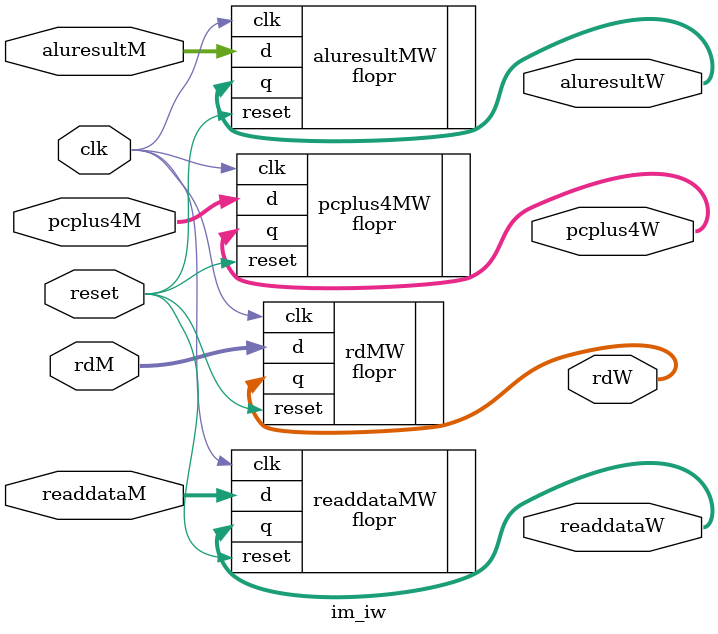
<source format=sv>
`include "flopr.sv"

module im_iw(
		input logic clk, reset,
		input logic [31:0] aluresultM, 
		input logic [31:0] readdataM, 
		input logic [4:0] rdM,
		input logic [31:0] pcplus4M,
		output logic [31:0] aluresultW, 
		output logic [31:0] readdataW, 
		output logic [4:0] rdW,
		output logic [31:0] pcplus4W
		);

	flopr #(.WIDTH(32)) aluresultMW(
		.clk(clk),
		.reset(reset),
		.d(aluresultM),
		.q(aluresultW));

	flopr #(.WIDTH(32)) readdataMW(
		.clk(clk),
		.reset(reset),
		.d(readdataM),
		.q(readdataW));

	flopr #(.WIDTH(5)) rdMW(
		.clk(clk),
		.reset(reset),
		.d(rdM),
		.q(rdW));

	flopr #(.WIDTH(32)) pcplus4MW(
		.clk(clk),
		.reset(reset),
		.d(pcplus4M),
		.q(pcplus4W));

endmodule

</source>
